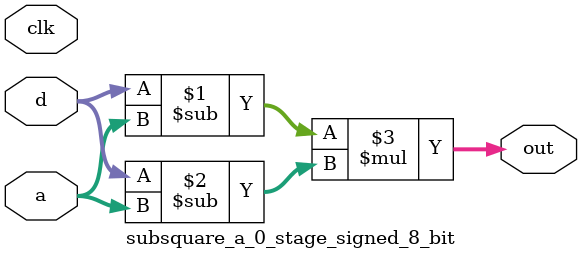
<source format=sv>
(* use_dsp = "yes" *) module subsquare_a_0_stage_signed_8_bit(
	input signed [7:0] a,
	input signed [7:0] d,
	output [7:0] out,
	input clk);

	assign out = (d - a) * (d - a);
endmodule

</source>
